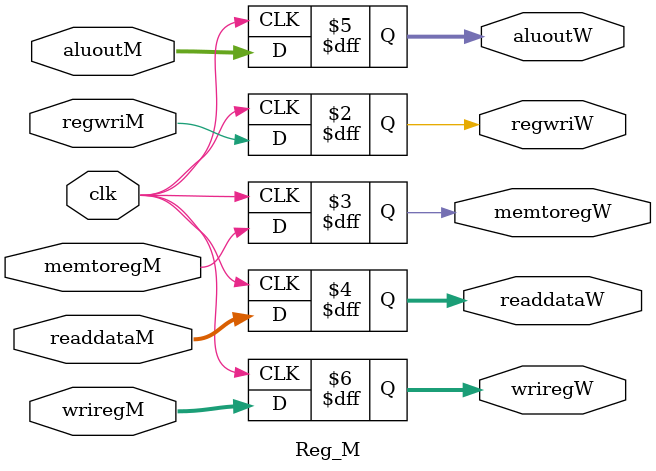
<source format=v>
`timescale 1ns / 1ps

module Reg_M(clk,regwriM,memtoregM,readdataM,aluoutM,wriregM,regwriW,memtoregW,readdataW,aluoutW,wriregW
    );
input clk,regwriM,memtoregM;
input[31:0] readdataM,aluoutM;
input[4:0] wriregM;
output reg regwriW,memtoregW;
output reg[31:0] readdataW,aluoutW;
output reg[4:0] wriregW;

always@(posedge clk)begin
	regwriW=regwriM;memtoregW=memtoregM;readdataW=readdataM;aluoutW=aluoutM;wriregW=wriregM;
end


endmodule

</source>
